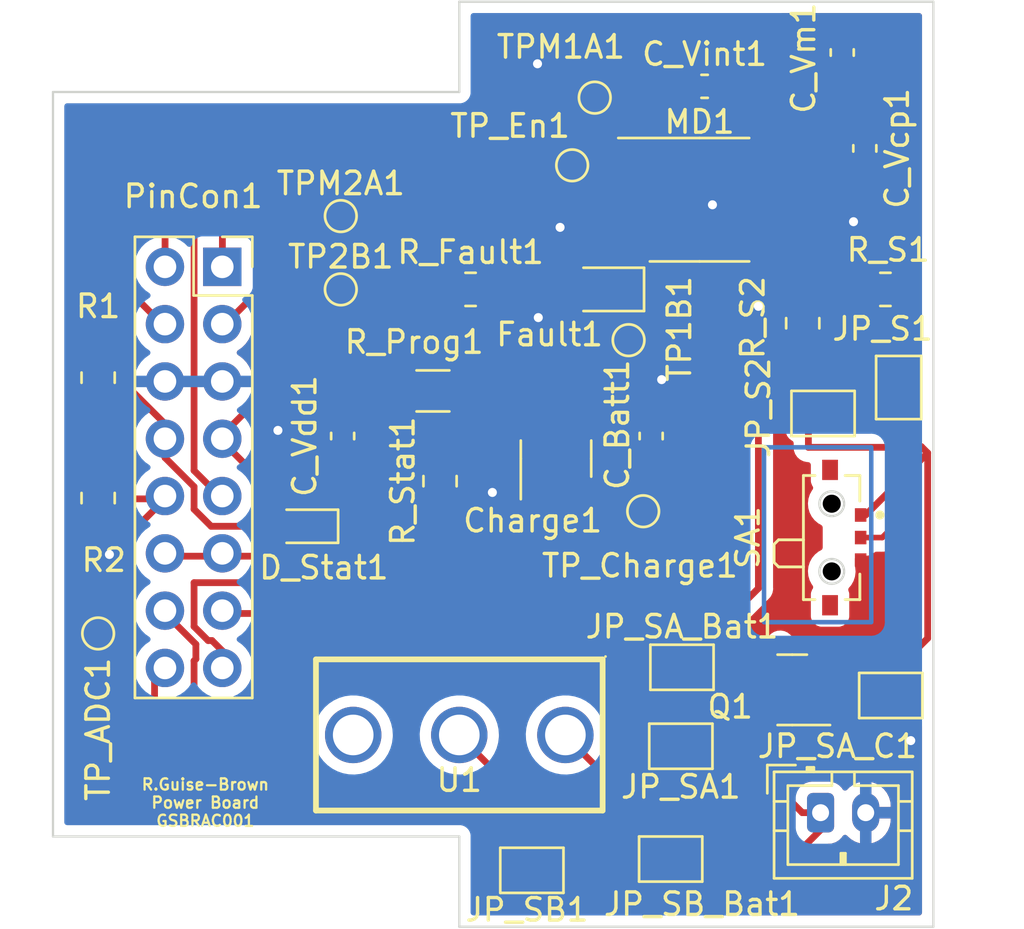
<source format=kicad_pcb>
(kicad_pcb (version 20211014) (generator pcbnew)
  (layers (0 "F.Cu" signal) (31 "B.Cu" signal) (34 "B.Paste" user) (35 "F.Paste" user) (36 "B.SilkS" user "B.Silkscreen") (37 "F.SilkS" user "F.Silkscreen") (38 "B.Mask" user) (39 "F.Mask" user) (44 "Edge.Cuts" user))
  (net 0 "")
  (net 1 "BATT_1")
  (net 2 "GND")
  (net 3 "Net-(C_Vcp1-Pad2)")
  (net 4 "5V_1")
  (net 5 "Net-(C_Vint1-Pad2)")
  (net 6 "VM")
  (net 7 "Net-(D_Stat1-Pad1)")
  (net 8 "Net-(Fault1-Pad2)")
  (net 9 "/S")
  (net 10 "Net-(J2-Pad1)")
  (net 11 "Net-(JP_S1-Pad1)")
  (net 12 "Motor2_A")
  (net 13 "PC6-9 PWM1")
  (net 14 "Motor2_B")
  (net 15 "PC6-9 PWM2")
  (net 16 "Reserve")
  (net 17 "BATT_ADC")
  (net 18 "Motor1_A")
  (net 19 "PC6-9 PWM3")
  (net 20 "Motor1_B")
  (net 21 "PC6-9 PWM4")
  (net 22 "/G")
  (net 23 "Net-(MD1-Pad8)")
  (net 24 "Net-(Charge1-Pad1)")
  (net 25 "Net-(Charge1-Pad5)")
  (net 26 "Net-(JP_S1-Pad2)")
  (net 27 "Net-(JP_S2-Pad2)")
  (net 28 "/D")
  (net 29 "Net-(JP_SB1-Pad2)")
  (net 30 "Net-(JP_SB_Bat1-Pad2)")
  (footprint "LED_SMD:LED_0805_2012Metric" (layer "F.Cu") (at 110.5 75.25 180)
    (fp_text reference "Fault1" (at 2.5 -2) (layer "F.SilkS"))
    (fp_text value "LED_Green")
    (pad "1" smd roundrect (at -0.9375 0 180) (size 0.975 1.4) (layers "F.Cu" "F.Paste" "F.Mask") (net 2 "GND"))
    (pad "2" smd roundrect (at 0.9375 0 180) (size 0.975 1.4) (layers "F.Cu" "F.Paste" "F.Mask") (net 8 "Net-(Fault1-Pad2)"))
  )
  (footprint "Capacitor_SMD:C_0603_1608Metric" (layer "F.Cu") (at 120.965 64.75 90)
    (fp_text reference "C_Vm1" (at -0.25 -1.715 90) (layer "F.SilkS"))
    (fp_text value "10uF")
    (pad "1" smd roundrect (at -0.775 0 90) (size 0.9 0.95) (layers "F.Cu" "F.Paste" "F.Mask") (net 6 "VM"))
    (pad "2" smd roundrect (at 0.775 0 90) (size 0.9 0.95) (layers "F.Cu" "F.Paste" "F.Mask") (net 2 "GND"))
  )
  (footprint "LED_SMD:LED_0603_1608Metric" (layer "F.Cu") (at 97.147141 85.75 180)
    (fp_text reference "D_Stat1" (at -0.852859 -1.8325) (layer "F.SilkS"))
    (fp_text value "LED_Red")
    (pad "1" smd roundrect (at -0.7875 0 180) (size 0.875 0.95) (layers "F.Cu" "F.Paste" "F.Mask") (net 7 "Net-(D_Stat1-Pad1)"))
    (pad "2" smd roundrect (at 0.7875 0 180) (size 0.875 0.95) (layers "F.Cu" "F.Paste" "F.Mask") (net 4 "5V_1"))
  )
  (footprint "Resistor_SMD:R_0805_2012Metric" (layer "F.Cu") (at 119.215 76.75 90)
    (fp_text reference "R_S2" (at 0.25 -2.215 270) (layer "F.SilkS"))
    (fp_text value "100R")
    (pad "1" smd roundrect (at -0.9125 0 90) (size 1.025 1.4) (layers "F.Cu" "F.Paste" "F.Mask") (roundrect_rratio 0.243902439) (net 2 "GND"))
    (pad "2" smd roundrect (at 0.9125 0 90) (size 1.025 1.4) (layers "F.Cu" "F.Paste" "F.Mask") (roundrect_rratio 0.243902439) (net 27 "Net-(JP_S2-Pad2)"))
  )
  (footprint "Resistor_SMD:R_1206_3216Metric" (layer "F.Cu") (at 102.832859 79.75 180)
    (fp_text reference "R_Prog1" (at 0.832859 2.1675) (layer "F.SilkS"))
    (fp_text value "2k")
    (pad "1" smd roundrect (at -1.4625 0 180) (size 1.125 1.75) (layers "F.Cu" "F.Paste" "F.Mask") (roundrect_rratio 0.2222222222) (net 25 "Net-(Charge1-Pad5)"))
    (pad "2" smd roundrect (at 1.4625 0 180) (size 1.125 1.75) (layers "F.Cu" "F.Paste" "F.Mask") (roundrect_rratio 0.2222222222) (net 2 "GND"))
  )
  (footprint "Resistor_SMD:R_0805_2012Metric" (layer "F.Cu") (at 104.5 75.25)
    (fp_text reference "R_Fault1" (at 0 -1.65) (layer "F.SilkS"))
    (fp_text value "100R")
    (pad "1" smd roundrect (at -0.9125 0) (size 1.025 1.4) (layers "F.Cu" "F.Paste" "F.Mask") (roundrect_rratio 0.243902439) (net 23 "Net-(MD1-Pad8)"))
    (pad "2" smd roundrect (at 0.9125 0) (size 1.025 1.4) (layers "F.Cu" "F.Paste" "F.Mask") (roundrect_rratio 0.243902439) (net 8 "Net-(Fault1-Pad2)"))
  )
  (footprint "Package_TO_SOT_SMD:SOT-23" (layer "F.Cu") (at 118.75 93 180)
    (fp_text reference "Q1" (at 2.75 -0.75) (layer "F.SilkS"))
    (fp_text value "Si2319CDS")
    (pad "1" smd roundrect (at -0.9375 -0.95 180) (size 1.475 0.6) (layers "F.Cu" "F.Paste" "F.Mask") (net 22 "/G"))
    (pad "2" smd roundrect (at -0.9375 0.95 180) (size 1.475 0.6) (layers "F.Cu" "F.Paste" "F.Mask") (net 9 "/S"))
    (pad "3" smd roundrect (at 0.9375 0 180) (size 1.475 0.6) (layers "F.Cu" "F.Paste" "F.Mask") (net 28 "/D"))
  )
  (footprint "Connector_PinSocket_2.54mm:PinSocket_2x08_P2.54mm_Vertical" (layer "F.Cu") (at 93.5 74.25)
    (fp_text reference "PinCon1" (at -1.29 -3.125) (layer "F.SilkS"))
    (fp_text value "Conn_02x08_Odd_Even")
    (pad "1" thru_hole rect (at 0 0) (size 1.7 1.7) (drill 1) (layers *.Cu *.Mask) (net 12 "Motor2_A"))
    (pad "2" thru_hole oval (at -2.54 0) (size 1.7 1.7) (drill 1) (layers *.Cu *.Mask) (net 13 "PC6-9 PWM1"))
    (pad "3" thru_hole oval (at 0 2.54) (size 1.7 1.7) (drill 1) (layers *.Cu *.Mask) (net 14 "Motor2_B"))
    (pad "4" thru_hole oval (at -2.54 2.54) (size 1.7 1.7) (drill 1) (layers *.Cu *.Mask) (net 15 "PC6-9 PWM2"))
    (pad "5" thru_hole oval (at 0 5.08) (size 1.7 1.7) (drill 1) (layers *.Cu *.Mask) (net 2 "GND"))
    (pad "6" thru_hole oval (at -2.54 5.08) (size 1.7 1.7) (drill 1) (layers *.Cu *.Mask) (net 2 "GND"))
    (pad "7" thru_hole oval (at 0 7.62) (size 1.7 1.7) (drill 1) (layers *.Cu *.Mask) (net 1 "BATT_1"))
    (pad "8" thru_hole oval (at -2.54 7.62) (size 1.7 1.7) (drill 1) (layers *.Cu *.Mask) (net 1 "BATT_1"))
    (pad "9" thru_hole oval (at 0 10.16) (size 1.7 1.7) (drill 1) (layers *.Cu *.Mask) (net 16 "Reserve"))
    (pad "10" thru_hole oval (at -2.54 10.16) (size 1.7 1.7) (drill 1) (layers *.Cu *.Mask) (net 17 "BATT_ADC"))
    (pad "11" thru_hole oval (at 0 12.7) (size 1.7 1.7) (drill 1) (layers *.Cu *.Mask) (net 4 "5V_1"))
    (pad "12" thru_hole oval (at -2.54 12.7) (size 1.7 1.7) (drill 1) (layers *.Cu *.Mask) (net 4 "5V_1"))
    (pad "13" thru_hole oval (at 0 15.24) (size 1.7 1.7) (drill 1) (layers *.Cu *.Mask) (net 18 "Motor1_A"))
    (pad "14" thru_hole oval (at -2.54 15.24) (size 1.7 1.7) (drill 1) (layers *.Cu *.Mask) (net 19 "PC6-9 PWM3"))
    (pad "15" thru_hole oval (at 0 17.78) (size 1.7 1.7) (drill 1) (layers *.Cu *.Mask) (net 20 "Motor1_B"))
    (pad "16" thru_hole oval (at -2.54 17.78) (size 1.7 1.7) (drill 1) (layers *.Cu *.Mask) (net 21 "PC6-9 PWM4"))
  )
  (footprint "Jumper:SolderJumper-2_P1.3mm_Open_Pad1.0x1.5mm" (layer "F.Cu") (at 123.115 93.25 180)
    (fp_text reference "JP_SA_C1" (at 2.365 -2.25) (layer "F.SilkS"))
    (fp_text value "Jumper_2_Open")
    (pad "1" smd rect (at -0.65 0 180) (size 1 1.5) (layers "F.Cu" "F.Mask") (net 11 "Net-(JP_S1-Pad1)"))
    (pad "2" smd rect (at 0.65 0 180) (size 1 1.5) (layers "F.Cu" "F.Mask") (net 9 "/S"))
  )
  (footprint "Connector_JST:JST_PH_B2B-PH-K_1x02_P2.00mm_Vertical" (layer "F.Cu") (at 120.005 98.445)
    (fp_text reference "J2" (at 3.245 3.805) (layer "F.SilkS"))
    (fp_text value "Conn_01x02")
    (pad "1" thru_hole roundrect (at 0 0) (size 1.2 1.75) (drill 0.75) (layers *.Cu *.Mask) (roundrect_rratio 0.2083333333) (net 10 "Net-(J2-Pad1)"))
    (pad "2" thru_hole oval (at 2 0) (size 1.2 1.75) (drill 0.75) (layers *.Cu *.Mask) (net 2 "GND"))
  )
  (footprint "Resistor_SMD:R_0805_2012Metric" (layer "F.Cu") (at 122.8775 75.25 180)
    (fp_text reference "R_S1" (at -0.1225 1.75) (layer "F.SilkS"))
    (fp_text value "1.2kR")
    (pad "1" smd roundrect (at -0.9125 0 180) (size 1.025 1.4) (layers "F.Cu" "F.Paste" "F.Mask") (roundrect_rratio 0.243902439) (net 26 "Net-(JP_S1-Pad2)"))
    (pad "2" smd roundrect (at 0.9125 0 180) (size 1.025 1.4) (layers "F.Cu" "F.Paste" "F.Mask") (roundrect_rratio 0.243902439) (net 2 "GND"))
  )
  (footprint "Jumper:SolderJumper-2_P1.3mm_Open_Pad1.0x1.5mm" (layer "F.Cu") (at 113.815 95.5 180)
    (fp_text reference "JP_SA1" (at 0 -1.8) (layer "F.SilkS"))
    (fp_text value "Jumper_2_Open")
    (pad "1" smd rect (at -0.65 0 180) (size 1 1.5) (layers "F.Cu" "F.Mask") (net 10 "Net-(J2-Pad1)"))
    (pad "2" smd rect (at 0.65 0 180) (size 1 1.5) (layers "F.Cu" "F.Mask") (net 9 "/S"))
  )
  (footprint "TestPoint:TestPoint_Pad_D1.0mm" (layer "F.Cu") (at 109 69.75)
    (fp_text reference "TP_En1" (at -2.75 -1.745) (layer "F.SilkS"))
    (fp_text value "TestPoint")
    (pad "1" smd circle (at 0 0) (size 1 1) (layers "F.Cu" "F.Mask") (net 16 "Reserve"))
  )
  (footprint "Jumper:SolderJumper-2_P1.3mm_Open_Pad1.0x1.5mm" (layer "F.Cu") (at 123.465 79.6 90)
    (fp_text reference "JP_S1" (at 2.6 -0.715 180) (layer "F.SilkS"))
    (fp_text value "Jumper_2_Open")
    (pad "1" smd rect (at -0.65 0 90) (size 1 1.5) (layers "F.Cu" "F.Mask") (net 11 "Net-(JP_S1-Pad1)"))
    (pad "2" smd rect (at 0.65 0 90) (size 1 1.5) (layers "F.Cu" "F.Mask") (net 26 "Net-(JP_S1-Pad2)"))
  )
  (footprint "Jumper:SolderJumper-2_P1.3mm_Open_Pad1.0x1.5mm" (layer "F.Cu") (at 113.865 92)
    (fp_text reference "JP_SA_Bat1" (at 0 -1.8) (layer "F.SilkS"))
    (fp_text value "Jumper_2_Open")
    (pad "1" smd rect (at -0.65 0) (size 1 1.5) (layers "F.Cu" "F.Mask") (net 28 "/D"))
    (pad "2" smd rect (at 0.65 0) (size 1 1.5) (layers "F.Cu" "F.Mask") (net 1 "BATT_1"))
  )
  (footprint "TestPoint:TestPoint_Pad_D1.0mm" (layer "F.Cu") (at 110 66.75)
    (fp_text reference "TPM1A1" (at -1.5 -2.25) (layer "F.SilkS"))
    (fp_text value "TestPoint")
    (pad "1" smd circle (at 0 0) (size 1 1) (layers "F.Cu" "F.Mask") (net 18 "Motor1_A"))
  )
  (footprint "TestPoint:TestPoint_Pad_D1.0mm" (layer "F.Cu") (at 98.75 72)
    (fp_text reference "TPM2A1" (at 0 -1.448) (layer "F.SilkS"))
    (fp_text value "TestPoint")
    (pad "1" smd circle (at 0 0) (size 1 1) (layers "F.Cu" "F.Mask") (net 12 "Motor2_A"))
  )
  (footprint "Resistor_SMD:R_0805_2012Metric" (layer "F.Cu") (at 88 79.1625 -90)
    (fp_text reference "R1" (at -3.1625 0 180) (layer "F.SilkS"))
    (fp_text value "1.2kR")
    (pad "1" smd roundrect (at -0.9125 0 270) (size 1.025 1.4) (layers "F.Cu" "F.Paste" "F.Mask") (roundrect_rratio 0.243902439) (net 1 "BATT_1"))
    (pad "2" smd roundrect (at 0.9125 0 270) (size 1.025 1.4) (layers "F.Cu" "F.Paste" "F.Mask") (roundrect_rratio 0.243902439) (net 17 "BATT_ADC"))
  )
  (footprint "Resistor_SMD:R_0805_2012Metric" (layer "F.Cu") (at 103.147141 83.75 90)
    (fp_text reference "R_Stat1" (at 0 -1.65 90) (layer "F.SilkS"))
    (fp_text value "470R")
    (pad "1" smd roundrect (at -0.9125 0 90) (size 1.025 1.4) (layers "F.Cu" "F.Paste" "F.Mask") (roundrect_rratio 0.243902439) (net 7 "Net-(D_Stat1-Pad1)"))
    (pad "2" smd roundrect (at 0.9125 0 90) (size 1.025 1.4) (layers "F.Cu" "F.Paste" "F.Mask") (roundrect_rratio 0.243902439) (net 24 "Net-(Charge1-Pad1)"))
  )
  (footprint "TestPoint:TestPoint_Pad_D1.0mm" (layer "F.Cu") (at 112.147141 85.0825)
    (fp_text reference "TP_Charge1" (at -0.147141 2.4175) (layer "F.SilkS"))
    (fp_text value "TestPoint")
    (pad "1" smd circle (at 0 0) (size 1 1) (layers "F.Cu" "F.Mask") (net 1 "BATT_1"))
  )
  (footprint "SS-12D10L5:SW-TH_SS-12D10L5" (layer "F.Cu") (at 104 95 180)
    (fp_text reference "U1" (at 0 -2) (layer "F.SilkS"))
    (fp_text value "SS-12D10L5")
    (pad "1" thru_hole circle locked (at -4.700025 0 180) (size 2.5 2.5) (drill 1.8) (layers *.Cu *.Mask) (net 30 "Net-(JP_SB_Bat1-Pad2)"))
    (pad "2" thru_hole circle locked (at 0 0 180) (size 2.5 2.5) (drill 1.8) (layers *.Cu *.Mask) (net 29 "Net-(JP_SB1-Pad2)"))
    (pad "3" thru_hole circle locked (at 4.700025 0 180) (size 2.5 2.5) (drill 1.8) (layers *.Cu *.Mask))
  )
  (footprint "Capacitor_SMD:C_0603_1608Metric" (layer "F.Cu") (at 121.965 69 -90)
    (fp_text reference "C_Vcp1" (at 0 -1.43 90) (layer "F.SilkS"))
    (fp_text value "10nF")
    (pad "1" smd roundrect (at -0.775 0 270) (size 0.9 0.95) (layers "F.Cu" "F.Paste" "F.Mask") (net 2 "GND"))
    (pad "2" smd roundrect (at 0.775 0 270) (size 0.9 0.95) (layers "F.Cu" "F.Paste" "F.Mask") (net 3 "Net-(C_Vcp1-Pad2)"))
  )
  (footprint "Jumper:SolderJumper-2_P1.3mm_Open_Pad1.0x1.5mm" (layer "F.Cu") (at 113.365 100.5 180)
    (fp_text reference "JP_SB_Bat1" (at -1.385 -2) (layer "F.SilkS"))
    (fp_text value "Jumper_2_Open")
    (pad "1" smd rect (at -0.65 0 180) (size 1 1.5) (layers "F.Cu" "F.Mask") (net 1 "BATT_1"))
    (pad "2" smd rect (at 0.65 0 180) (size 1 1.5) (layers "F.Cu" "F.Mask") (net 30 "Net-(JP_SB_Bat1-Pad2)"))
  )
  (footprint "Resistor_SMD:R_0805_2012Metric" (layer "F.Cu") (at 88 84.5 -90)
    (fp_text reference "R2" (at 2.75 -0.25 180) (layer "F.SilkS"))
    (fp_text value "3.0kR")
    (pad "1" smd roundrect (at -0.9125 0 270) (size 1.025 1.4) (layers "F.Cu" "F.Paste" "F.Mask") (roundrect_rratio 0.243902439) (net 17 "BATT_ADC"))
    (pad "2" smd roundrect (at 0.9125 0 270) (size 1.025 1.4) (layers "F.Cu" "F.Paste" "F.Mask") (roundrect_rratio 0.243902439) (net 2 "GND"))
  )
  (footprint "SSAJ110100:SW_SSAJ110100" (layer "F.Cu") (at 120.5 86.25 -90)
    (fp_text reference "SA1" (at 0 3.715 90) (layer "F.SilkS"))
    (fp_text value "SSAJ110100")
    (pad "" np_thru_hole circle (at -1.5 0 270) (size 0.8 0.8) (drill 0.8) (layers *.Mask))
    (pad "" np_thru_hole circle locked (at 1.5 0 270) (size 0.8 0.8) (drill 0.8) (layers *.Mask))
    (pad "1" smd rect locked (at -1 -1.28 270) (size 0.6 0.51) (layers "F.Cu" "F.Paste" "F.Mask") (net 11 "Net-(JP_S1-Pad1)"))
    (pad "2" smd rect locked (at 1 -1.28 270) (size 0.6 0.51) (layers "F.Cu" "F.Paste" "F.Mask") (net 2 "GND"))
    (pad "C" smd rect locked (at 0 -1.28 270) (size 0.6 0.51) (layers "F.Cu" "F.Paste" "F.Mask") (net 22 "/G"))
    (pad "S1" smd rect locked (at 3 0.075 270) (size 0.9 0.7) (layers "F.Cu" "F.Paste" "F.Mask"))
    (pad "S2" smd rect locked (at -3 0.075 270) (size 0.9 0.7) (layers "F.Cu" "F.Paste" "F.Mask"))
    (zone (net 0) (net_name "") (layer "F.Cu") (connect_pads (clearance 0)) (min_thickness 0.01)
      (keepout (tracks not_allowed) (vias not_allowed) (pads not_allowed) (copperpour not_allowed) (footprints allowed))
      (fill (thermal_gap 0.508) (thermal_bridge_width 0.508))
      (polygon (pts (xy 121.525 84.79745) (xy 121.525 87.8) (xy 120.1 87.8) (xy 120.1 84.79745)))
    )
  )
  (footprint "TestPoint:TestPoint_Pad_D1.0mm" (layer "F.Cu") (at 111.5 77.5)
    (fp_text reference "TP1B1" (at 2.25 -0.5 90) (layer "F.SilkS"))
    (fp_text value "TestPoint")
    (pad "1" smd circle (at 0 0) (size 1 1) (layers "F.Cu" "F.Mask") (net 20 "Motor1_B"))
  )
  (footprint "Package_TO_SOT_SMD:SOT-23-5" (layer "F.Cu") (at 108.284641 82.75 90)
    (fp_text reference "Charge1" (at -2.75 -1.034641 180) (layer "F.SilkS"))
    (fp_text value "MCP73831-2-OT")
    (pad "1" smd roundrect (at -1.1375 -0.95 90) (size 1.325 0.6) (layers "F.Cu" "F.Paste" "F.Mask") (net 24 "Net-(Charge1-Pad1)"))
    (pad "2" smd roundrect (at -1.1375 0 90) (size 1.325 0.6) (layers "F.Cu" "F.Paste" "F.Mask") (net 2 "GND"))
    (pad "3" smd roundrect (at -1.1375 0.95 90) (size 1.325 0.6) (layers "F.Cu" "F.Paste" "F.Mask") (net 1 "BATT_1"))
    (pad "4" smd roundrect (at 1.1375 0.95 90) (size 1.325 0.6) (layers "F.Cu" "F.Paste" "F.Mask") (net 4 "5V_1"))
    (pad "5" smd roundrect (at 1.1375 -0.95 90) (size 1.325 0.6) (layers "F.Cu" "F.Paste" "F.Mask") (net 25 "Net-(Charge1-Pad5)"))
  )
  (footprint "Package_SO:TSSOP-16_4.4x5mm_P0.65mm" (layer "F.Cu") (at 114.6425 71.275)
    (fp_text reference "MD1" (at 0 -3.45) (layer "F.SilkS"))
    (fp_text value "DRV8833PW")
    (pad "1" smd roundrect (at -2.8625 -2.275) (size 1.475 0.4) (layers "F.Cu" "F.Paste" "F.Mask") (net 16 "Reserve"))
    (pad "2" smd roundrect (at -2.8625 -1.625) (size 1.475 0.4) (layers "F.Cu" "F.Paste" "F.Mask") (net 18 "Motor1_A"))
    (pad "3" smd roundrect (at -2.8625 -0.975) (size 1.475 0.4) (layers "F.Cu" "F.Paste" "F.Mask") (net 2 "GND"))
    (pad "4" smd roundrect (at -2.8625 -0.325) (size 1.475 0.4) (layers "F.Cu" "F.Paste" "F.Mask") (net 12 "Motor2_A"))
    (pad "5" smd roundrect (at -2.8625 0.325) (size 1.475 0.4) (layers "F.Cu" "F.Paste" "F.Mask") (net 14 "Motor2_B"))
    (pad "6" smd roundrect (at -2.8625 0.975) (size 1.475 0.4) (layers "F.Cu" "F.Paste" "F.Mask") (net 2 "GND"))
    (pad "7" smd roundrect (at -2.8625 1.625) (size 1.475 0.4) (layers "F.Cu" "F.Paste" "F.Mask") (net 20 "Motor1_B"))
    (pad "8" smd roundrect (at -2.8625 2.275) (size 1.475 0.4) (layers "F.Cu" "F.Paste" "F.Mask") (net 23 "Net-(MD1-Pad8)"))
    (pad "9" smd roundrect (at 2.8625 2.275) (size 1.475 0.4) (layers "F.Cu" "F.Paste" "F.Mask") (net 19 "PC6-9 PWM3"))
    (pad "10" smd roundrect (at 2.8625 1.625) (size 1.475 0.4) (layers "F.Cu" "F.Paste" "F.Mask") (net 21 "PC6-9 PWM4"))
    (pad "11" smd roundrect (at 2.8625 0.975) (size 1.475 0.4) (layers "F.Cu" "F.Paste" "F.Mask") (net 3 "Net-(C_Vcp1-Pad2)"))
    (pad "12" smd roundrect (at 2.8625 0.325) (size 1.475 0.4) (layers "F.Cu" "F.Paste" "F.Mask") (net 6 "VM"))
    (pad "13" smd roundrect (at 2.8625 -0.325) (size 1.475 0.4) (layers "F.Cu" "F.Paste" "F.Mask") (net 2 "GND"))
    (pad "14" smd roundrect (at 2.8625 -0.975) (size 1.475 0.4) (layers "F.Cu" "F.Paste" "F.Mask") (net 5 "Net-(C_Vint1-Pad2)"))
    (pad "15" smd roundrect (at 2.8625 -1.625) (size 1.475 0.4) (layers "F.Cu" "F.Paste" "F.Mask") (net 15 "PC6-9 PWM2"))
    (pad "16" smd roundrect (at 2.8625 -2.275) (size 1.475 0.4) (layers "F.Cu" "F.Paste" "F.Mask") (net 13 "PC6-9 PWM1"))
  )
  (footprint "Capacitor_SMD:C_0603_1608Metric" (layer "F.Cu") (at 112.5 81.75 90)
    (fp_text reference "C_Batt1" (at 0.5 -1.5 90) (layer "F.SilkS"))
    (fp_text value "4.7uF")
    (pad "1" smd roundrect (at -0.775 0 90) (size 0.9 0.95) (layers "F.Cu" "F.Paste" "F.Mask") (net 1 "BATT_1"))
    (pad "2" smd roundrect (at 0.775 0 90) (size 0.9 0.95) (layers "F.Cu" "F.Paste" "F.Mask") (net 2 "GND"))
  )
  (footprint "Jumper:SolderJumper-2_P1.3mm_Open_Pad1.0x1.5mm" (layer "F.Cu") (at 107.215 101 180)
    (fp_text reference "JP_SB1" (at 0.215 -1.75) (layer "F.SilkS"))
    (fp_text value "Jumper_2_Open")
    (pad "1" smd rect (at -0.65 0 180) (size 1 1.5) (layers "F.Cu" "F.Mask") (net 10 "Net-(J2-Pad1)"))
    (pad "2" smd rect (at 0.65 0 180) (size 1 1.5) (layers "F.Cu" "F.Mask") (net 29 "Net-(JP_SB1-Pad2)"))
  )
  (footprint "TestPoint:TestPoint_Pad_D1.0mm" (layer "F.Cu") (at 88 90.5)
    (fp_text reference "TP_ADC1" (at 0 4.25 90) (layer "F.SilkS"))
    (fp_text value "TestPoint")
    (pad "1" smd circle (at 0 0) (size 1 1) (layers "F.Cu" "F.Mask") (net 17 "BATT_ADC"))
  )
  (footprint "TestPoint:TestPoint_Pad_D1.0mm" (layer "F.Cu") (at 98.75 75.25)
    (fp_text reference "TP2B1" (at 0 -1.448) (layer "F.SilkS"))
    (fp_text value "TestPoint")
    (pad "1" smd circle (at 0 0) (size 1 1) (layers "F.Cu" "F.Mask") (net 14 "Motor2_B"))
  )
  (footprint "Capacitor_SMD:C_0603_1608Metric" (layer "F.Cu") (at 114.8675 66.25)
    (fp_text reference "C_Vint1" (at 0 -1.43) (layer "F.SilkS"))
    (fp_text value "2.2uF")
    (pad "1" smd roundrect (at -0.775 0) (size 0.9 0.95) (layers "F.Cu" "F.Paste" "F.Mask") (net 2 "GND"))
    (pad "2" smd roundrect (at 0.775 0) (size 0.9 0.95) (layers "F.Cu" "F.Paste" "F.Mask") (net 5 "Net-(C_Vint1-Pad2)"))
  )
  (footprint "Jumper:SolderJumper-2_P1.3mm_Open_Pad1.0x1.5mm" (layer "F.Cu") (at 120.115 80.75)
    (fp_text reference "JP_S2" (at -2.865 -0.25 90) (layer "F.SilkS"))
    (fp_text value "Jumper_2_Open")
    (pad "1" smd rect (at -0.65 0) (size 1 1.5) (layers "F.Cu" "F.Mask") (net 11 "Net-(JP_S1-Pad1)"))
    (pad "2" smd rect (at 0.65 0) (size 1 1.5) (layers "F.Cu" "F.Mask") (net 27 "Net-(JP_S2-Pad2)"))
  )
  (footprint "Capacitor_SMD:C_0603_1608Metric" (layer "F.Cu") (at 98.832859 81.75 90)
    (fp_text reference "C_Vdd1" (at 0 -1.685718 90) (layer "F.SilkS"))
    (fp_text value "4.7uF")
    (pad "1" smd roundrect (at -0.775 0 90) (size 0.9 0.95) (layers "F.Cu" "F.Paste" "F.Mask") (net 4 "5V_1"))
    (pad "2" smd roundrect (at 0.775 0 90) (size 0.9 0.95) (layers "F.Cu" "F.Paste" "F.Mask") (net 2 "GND"))
  )
  (gr_rect (start 117.5 82.25) (end 122.25 90) (layer "B.Cu") (width 0.2) (fill none))
  (gr_line (start 86 66.5) (end 104 66.5) (layer "Edge.Cuts") (width 0.1))
  (gr_line (start 125 103.5) (end 125 62.5) (layer "Edge.Cuts") (width 0.1))
  (gr_circle (center 120.5 84.75) (end 121.05 84.75) (layer "Edge.Cuts") (width 0.1) (fill none))
  (gr_line (start 86 99.5) (end 104 99.5) (layer "Edge.Cuts") (width 0.1))
  (gr_circle (center 120.5 87.75) (end 121.05 87.75) (layer "Edge.Cuts") (width 0.1) (fill none))
  (gr_line (start 104 99.5) (end 104 103.5) (layer "Edge.Cuts") (width 0.1))
  (gr_line (start 104 103.5) (end 125 103.5) (layer "Edge.Cuts") (width 0.1))
  (gr_line (start 104 66.5) (end 104 62.5) (layer "Edge.Cuts") (width 0.1))
  (gr_line (start 86 99.5) (end 86 66.5) (layer "Edge.Cuts") (width 0.1))
  (gr_line (start 104 62.5) (end 125 62.5) (layer "Edge.Cuts") (width 0.1))
  (gr_text "R.Guise-Brown\nPower Board\nGSBRAC001" (at 92.75 98) (layer "F.SilkS") (effects (font (size 0.5 0.5) (thickness 0.1))))
  (segment (start 90.965 81.995) (end 90.965 82.71) (width 0.3) (layer "F.Cu") (net 1))
  (segment (start 110.775 82.525) (end 110.172621 81.922621) (width 0.3) (layer "F.Cu") (net 1))
  (segment (start 110.172621 78.25) (end 96.955027 78.25) (width 0.3) (layer "F.Cu") (net 1))
  (segment (start 101.5 93) (end 101.5 97) (width 0.3) (layer "F.Cu") (net 1))
  (segment (start 114.015 99.05) (end 111.215 96.25) (width 0.3) (layer "F.Cu") (net 1))
  (segment (start 92.25 84.995) (end 93.005 85.75) (width 0.3) (layer "F.Cu") (net 1))
  (segment (start 112.147141 85.0825) (end 112.147141 82.877859) (width 0.3) (layer "F.Cu") (net 1))
  (segment (start 101.5 97) (end 96.5 97) (width 0.3) (layer "F.Cu") (net 1))
  (segment (start 95.505 83.995) (end 93.505 81.995) (width 0.3) (layer "F.Cu") (net 1))
  (segment (start 93.505 81.700027) (end 93.505 81.995) (width 0.3) (layer "F.Cu") (net 1))
  (segment (start 96 96.5) (end 89.75 96.5) (width 0.3) (layer "F.Cu") (net 1))
  (segment (start 95.005 85.75) (end 95.505 85.25) (width 0.3) (layer "F.Cu") (net 1))
  (segment (start 92.25 83.995) (end 92.25 84.995) (width 0.3) (layer "F.Cu") (net 1))
  (segment (start 110.172621 81.922621) (end 110.172621 78.25) (width 0.3) (layer "F.Cu") (net 1))
  (segment (start 90.965 81.215) (end 90.965 81.995) (width 0.3) (layer "F.Cu") (net 1))
  (segment (start 112.147141 82.877859) (end 112.5 82.525) (width 0.3) (layer "F.Cu") (net 1))
  (segment (start 111.215 92.465) (end 102.035 92.465) (width 0.3) (layer "F.Cu") (net 1))
  (segment (start 95.505 85.25) (end 95.505 83.995) (width 0.3) (layer "F.Cu") (net 1))
  (segment (start 86.75 93.5) (end 86.75 79.5) (width 0.3) (layer "F.Cu") (net 1))
  (segment (start 109.234641 83.8875) (end 110.429641 85.0825) (width 0.3) (layer "F.Cu") (net 1))
  (segment (start 89.75 96.5) (end 86.75 93.5) (width 0.3) (layer "F.Cu") (net 1))
  (segment (start 96.955027 78.25) (end 93.505 81.700027) (width 0.3) (layer "F.Cu") (net 1))
  (segment (start 96.5 97) (end 96 96.5) (width 0.3) (layer "F.Cu") (net 1))
  (segment (start 88 78.25) (end 90.965 81.215) (width 0.3) (layer "F.Cu") (net 1))
  (segment (start 86.75 79.5) (end 88 78.25) (width 0.3) (layer "F.Cu") (net 1))
  (segment (start 113.965 90.5) (end 114.515 91.05) (width 0.3) (layer "F.Cu") (net 1))
  (segment (start 111.215 92.465) (end 111.215 91.25) (width 0.3) (layer "F.Cu") (net 1))
  (segment (start 114.515 91.05) (end 114.515 92) (width 0.3) (layer "F.Cu") (net 1))
  (segment (start 110.429641 85.0825) (end 112.147141 85.0825) (width 0.3) (layer "F.Cu") (net 1))
  (segment (start 111.965 90.5) (end 113.965 90.5) (width 0.3) (layer "F.Cu") (net 1))
  (segment (start 90.965 82.71) (end 92.25 83.995) (width 0.3) (layer "F.Cu") (net 1))
  (segment (start 111.215 91.25) (end 111.965 90.5) (width 0.3) (layer "F.Cu") (net 1))
  (segment (start 111.215 96.25) (end 111.215 92.465) (width 0.3) (layer "F.Cu") (net 1))
  (segment (start 112.5 82.525) (end 110.775 82.525) (width 0.3) (layer "F.Cu") (net 1))
  (segment (start 102.035 92.465) (end 101.5 93) (width 0.3) (layer "F.Cu") (net 1))
  (segment (start 114.015 100.5) (end 114.015 99.05) (width 0.3) (layer "F.Cu") (net 1))
  (segment (start 93.005 85.75) (end 95.005 85.75) (width 0.3) (layer "F.Cu") (net 1))
  (segment (start 108.715 72.25) (end 111.78 72.25) (width 0.3) (layer "F.Cu") (net 2))
  (segment (start 112.81 70.3) (end 113.505 70.995) (width 0.3) (layer "F.Cu") (net 2))
  (segment (start 88.5 87) (end 88.5 85.9125) (width 0.3) (layer "F.Cu") (net 2))
  (segment (start 113.505 71.463821) (end 112.718821 72.25) (width 0.3) (layer "F.Cu") (net 2))
  (segment (start 112.718821 72.25) (end 111.78 72.25) (width 0.3) (layer "F.Cu") (net 2))
  (segment (start 88.5 85.9125) (end 88 85.4125) (width 0.3) (layer "F.Cu") (net 2))
  (segment (start 115.765 70.95) (end 117.505 70.95) (width 0.3) (layer "F.Cu") (net 2))
  (segment (start 111.78 70.3) (end 112.81 70.3) (width 0.3) (layer "F.Cu") (net 2))
  (segment (start 108.465 72.5) (end 108.715 72.25) (width 0.3) (layer "F.Cu") (net 2))
  (segment (start 113.505 70.995) (end 113.505 71.463821) (width 0.3) (layer "F.Cu") (net 2))
  (segment (start 115.215 71.5) (end 115.765 70.95) (width 0.3) (layer "F.Cu") (net 2))
  (via (at 107.5 76.5) (size 0.8) (drill 0.4) (layers "F.Cu" "B.Cu") (net 2))
  (via (at 108.465 72.5) (size 0.8) (drill 0.4) (layers "F.Cu" "B.Cu") (net 2))
  (via (at 112.965 79.25) (size 0.8) (drill 0.4) (layers "F.Cu" "B.Cu") (net 2))
  (via (at 88.5 87) (size 0.8) (drill 0.4) (layers "F.Cu" "B.Cu") (net 2))
  (via (at 95.965 81.5) (size 0.8) (drill 0.4) (layers "F.Cu" "B.Cu") (net 2))
  (via (at 124 95.25) (size 0.8) (drill 0.4) (layers "F.Cu" "B.Cu") (net 2))
  (via (at 115.215 71.5) (size 0.8) (drill 0.4) (layers "F.Cu" "B.Cu") (net 2))
  (via (at 121.465 72.25) (size 0.8) (drill 0.4) (layers "F.Cu" "B.Cu") (net 2))
  (via (at 117.25 76) (size 0.8) (drill 0.4) (layers "F.Cu" "B.Cu") (net 2))
  (via (at 105.465 84.25) (size 0.8) (drill 0.4) (layers "F.Cu" "B.Cu") (net 2))
  (via (at 107.465 65.25) (size 0.8) (drill 0.4) (layers "F.Cu" "B.Cu") (net 2))
  (segment (start 117.505 72.25) (end 119.49 72.25) (width 0.3) (layer "F.Cu") (net 3))
  (segment (start 119.49 72.25) (end 121.965 69.775) (width 0.3) (layer "F.Cu") (net 3))
  (segment (start 93.505 87.075) (end 95.034641 87.075) (width 0.3) (layer "F.Cu") (net 4))
  (segment (start 107.971661 82.87548) (end 107.927734 82.87548) (width 0.3) (layer "F.Cu") (net 4))
  (segment (start 95.034641 87.075) (end 96.359641 85.75) (width 0.3) (layer "F.Cu") (net 4))
  (segment (start 107.927734 82.87548) (end 107.809641 82.993573) (width 0.3) (layer "F.Cu") (net 4))
  (segment (start 96.359641 85.75) (end 98.359641 83.75) (width 0.3) (layer "F.Cu") (net 4))
  (segment (start 100.832859 82.75) (end 99.057859 82.75) (width 0.3) (layer "F.Cu") (net 4))
  (segment (start 107.809641 82.993573) (end 107.691548 82.87548) (width 0.3) (layer "F.Cu") (net 4))
  (segment (start 106.968036 82.885177) (end 105.832859 81.75) (width 0.3) (layer "F.Cu") (net 4))
  (segment (start 90.965 87.075) (end 93.505 87.075) (width 0.3) (layer "F.Cu") (net 4))
  (segment (start 99.057859 82.75) (end 98.832859 82.525) (width 0.3) (layer "F.Cu") (net 4))
  (segment (start 109.234641 81.6125) (end 107.971661 82.87548) (width 0.3) (layer "F.Cu") (net 4))
  (segment (start 98.359641 83.75) (end 98.832859 83.75) (width 0.3) (layer "F.Cu") (net 4))
  (segment (start 101.832859 81.75) (end 100.832859 82.75) (width 0.3) (layer "F.Cu") (net 4))
  (segment (start 107.691548 82.87548) (end 106.977734 82.87548) (width 0.3) (layer "F.Cu") (net 4))
  (segment (start 105.832859 81.75) (end 101.832859 81.75) (width 0.3) (layer "F.Cu") (net 4))
  (segment (start 98.832859 83.75) (end 98.832859 82.525) (width 0.3) (layer "F.Cu") (net 4))
  (segment (start 106.977734 82.87548) (end 106.968036 82.885177) (width 0.3) (layer "F.Cu") (net 4))
  (segment (start 115.81 70.3) (end 115.505 69.995) (width 0.3) (layer "F.Cu") (net 5))
  (segment (start 117.505 70.3) (end 115.81 70.3) (width 0.3) (layer "F.Cu") (net 5))
  (segment (start 115.505 66.3875) (end 115.6425 66.25) (width 0.3) (layer "F.Cu") (net 5))
  (segment (start 115.505 69.995) (end 115.505 66.3875) (width 0.3) (layer "F.Cu") (net 5))
  (segment (start 118.9 71.6) (end 117.505 71.6) (width 0.3) (layer "F.Cu") (net 6))
  (segment (start 119.75 66.74) (end 119.75 70.75) (width 0.3) (layer "F.Cu") (net 6))
  (segment (start 119.75 70.75) (end 118.9 71.6) (width 0.3) (layer "F.Cu") (net 6))
  (segment (start 120.965 65.525) (end 119.75 66.74) (width 0.3) (layer "F.Cu") (net 6))
  (segment (start 103.147141 84.6625) (end 102.059641 85.75) (width 0.3) (layer "F.Cu") (net 7))
  (segment (start 102.059641 85.75) (end 97.934641 85.75) (width 0.3) (layer "F.Cu") (net 7))
  (segment (start 105.4125 75.25) (end 109.5625 75.25) (width 0.3) (layer "F.Cu") (net 8))
  (segment (start 113.215 94.25) (end 116 94.25) (width 0.3) (layer "F.Cu") (net 9))
  (segment (start 116 94.25) (end 117 95.25) (width 0.3) (layer "F.Cu") (net 9))
  (segment (start 117 95.25) (end 121.465 95.25) (width 0.3) (layer "F.Cu") (net 9))
  (segment (start 120.8875 93.25) (end 122.465 93.25) (width 0.3) (layer "F.Cu") (net 9))
  (segment (start 119.6875 92.05) (end 120.8875 93.25) (width 0.3) (layer "F.Cu") (net 9))
  (segment (start 113.165 95.5) (end 113.165 94.3) (width 0.3) (layer "F.Cu") (net 9))
  (segment (start 113.165 94.3) (end 113.215 94.25) (width 0.3) (layer "F.Cu") (net 9))
  (segment (start 122.465 94.25) (end 122.465 93.25) (width 0.3) (layer "F.Cu") (net 9))
  (segment (start 121.465 95.25) (end 122.465 94.25) (width 0.3) (layer "F.Cu") (net 9))
  (segment (start 116.25 95.5) (end 119.195 98.445) (width 0.3) (layer "F.Cu") (net 10))
  (segment (start 109.115 102.25) (end 116.965 102.25) (width 0.3) (layer "F.Cu") (net 10))
  (segment (start 119.195 98.445) (end 120.005 98.445) (width 0.3) (layer "F.Cu") (net 10))
  (segment (start 107.865 101) (end 109.115 102.25) (width 0.3) (layer "F.Cu") (net 10))
  (segment (start 120.005 99.21) (end 120.005 98.445) (width 0.3) (layer "F.Cu") (net 10))
  (segment (start 116.965 102.25) (end 120.005 99.21) (width 0.3) (layer "F.Cu") (net 10))
  (segment (start 114.465 95.5) (end 116.25 95.5) (width 0.3) (layer "F.Cu") (net 10))
  (segment (start 124.75 82.5) (end 124.75 90.715) (width 0.3) (layer "F.Cu") (net 11))
  (segment (start 124.75 90.715) (end 123.765 91.7) (width 0.3) (layer "F.Cu") (net 11))
  (segment (start 124.75 82.5) (end 124.47 82.22) (width 0.3) (layer "F.Cu") (net 11))
  (segment (start 122.965 82.25) (end 119.465 82.25) (width 0.3) (layer "F.Cu") (net 11))
  (segment (start 119.465 82.25) (end 119.465 80.75) (width 0.3) (layer "F.Cu") (net 11))
  (segment (start 124.47 82.22) (end 122.995 82.22) (width 0.3) (layer "F.Cu") (net 11))
  (segment (start 123.765 91.7) (end 123.765 93.25) (width 0.3) (layer "F.Cu") (net 11))
  (segment (start 122.995 82.22) (end 122.995 80.72) (width 0.3) (layer "F.Cu") (net 11))
  (segment (start 122.995 80.72) (end 123.465 80.25) (width 0.3) (layer "F.Cu") (net 11))
  (segment (start 122.995 82.22) (end 122.965 82.25) (width 0.3) (layer "F.Cu") (net 11))
  (segment (start 122 85.25) (end 124.75 82.5) (width 0.3) (layer "F.Cu") (net 11))
  (segment (start 121.78 85.25) (end 122 85.25) (width 0.3) (layer "F.Cu") (net 11))
  (segment (start 106.9675 70.95) (end 111.78 70.95) (width 0.3) (layer "F.Cu") (net 12))
  (segment (start 93.505 70.75) (end 98.75 70.75) (width 0.3) (layer "F.Cu") (net 12))
  (segment (start 98.75 70.75) (end 106.7675 70.75) (width 0.3) (layer "F.Cu") (net 12))
  (segment (start 106.7675 70.75) (end 106.9675 70.95) (width 0.3) (layer "F.Cu") (net 12))
  (segment (start 98.75 72) (end 98.75 70.75) (width 0.25) (layer "F.Cu") (net 12))
  (segment (start 93.505 74.375) (end 93.505 70.75) (width 0.3) (layer "F.Cu") (net 12))
  (segment (start 90.965 68.79) (end 91.005 68.75) (width 0.3) (layer "F.Cu") (net 13))
  (segment (start 117.6425 68.8625) (end 117.505 69) (width 0.3) (layer "F.Cu") (net 13))
  (segment (start 90.965 74.375) (end 90.965 68.79) (width 0.3) (layer "F.Cu") (net 13))
  (segment (start 106.505 67.495) (end 106.505 64.25) (width 0.3) (layer "F.Cu") (net 13))
  (segment (start 91.005 68.75) (end 105.25 68.75) (width 0.3) (layer "F.Cu") (net 13))
  (segment (start 105.25 68.75) (end 106.505 67.495) (width 0.3) (layer "F.Cu") (net 13))
  (segment (start 117.6425 64.25) (end 117.6425 68.8625) (width 0.3) (layer "F.Cu") (net 13))
  (segment (start 106.505 64.25) (end 117.6425 64.25) (width 0.3) (layer "F.Cu") (net 13))
  (segment (start 102.5 73.75) (end 104.65 71.6) (width 0.3) (layer "F.Cu") (net 14))
  (segment (start 104.65 71.6) (end 111.78 71.6) (width 0.3) (layer "F.Cu") (net 14))
  (segment (start 95.18 73.75) (end 98.75 73.75) (width 0.3) (layer "F.Cu") (net 14))
  (segment (start 93.505 76.915) (end 95.18 75.24) (width 0.3) (layer "F.Cu") (net 14))
  (segment (start 98.75 73.75) (end 102.5 73.75) (width 0.3) (layer "F.Cu") (net 14))
  (segment (start 98.75 75.25) (end 98.75 73.75) (width 0.25) (layer "F.Cu") (net 14))
  (segment (start 95.18 75.24) (end 95.18 73.75) (width 0.3) (layer "F.Cu") (net 14))
  (segment (start 105.505 63.25) (end 105.505 67.25) (width 0.3) (layer "F.Cu") (net 15))
  (segment (start 89.505 67.25) (end 89.505 75.455) (width 0.3) (layer "F.Cu") (net 15))
  (segment (start 117.348927 63.25) (end 105.505 63.25) (width 0.3) (layer "F.Cu") (net 15))
  (segment (start 117.505 69.65) (end 118.85 69.65) (width 0.3) (layer "F.Cu") (net 15))
  (segment (start 118.85 69.65) (end 119 69.5) (width 0.3) (layer "F.Cu") (net 15))
  (segment (start 119 69.5) (end 119 64.901073) (width 0.3) (layer "F.Cu") (net 15))
  (segment (start 89.505 75.455) (end 90.965 76.915) (width 0.3) (layer "F.Cu") (net 15))
  (segment (start 105.505 67.25) (end 89.505 67.25) (width 0.3) (layer "F.Cu") (net 15))
  (segment (start 119 64.901073) (end 117.348927 63.25) (width 0.3) (layer "F.Cu") (net 15))
  (segment (start 111.03 68.25) (end 111.78 69) (width 0.3) (layer "F.Cu") (net 16))
  (segment (start 93.298093 69.75048) (end 105.74952 69.75048) (width 0.3) (layer "F.Cu") (net 16))
  (segment (start 106.80048 68.69952) (end 107.25 68.25) (width 0.3) (layer "F.Cu") (net 16))
  (segment (start 107.25 68.25) (end 111.03 68.25) (width 0.3) (layer "F.Cu") (net 16))
  (segment (start 92.25 83.28) (end 92.25 70.798573) (width 0.3) (layer "F.Cu") (net 16))
  (segment (start 93.505 84.535) (end 92.25 83.28) (width 0.3) (layer "F.Cu") (net 16))
  (segment (start 109.005 69.995) (end 108.09596 69.995) (width 0.3) (layer "F.Cu") (net 16))
  (segment (start 108.09596 69.995) (end 106.80048 68.69952) (width 0.3) (layer "F.Cu") (net 16))
  (segment (start 105.74952 69.75048) (end 106.80048 68.69952) (width 0.3) (layer "F.Cu") (net 16))
  (segment (start 92.25 70.798573) (end 93.298093 69.75048) (width 0.3) (layer "F.Cu") (net 16))
  (segment (start 90.965 84.535) (end 88.9475 84.535) (width 0.3) (layer "F.Cu") (net 17))
  (segment (start 88.9475 84.535) (end 88 83.5875) (width 0.3) (layer "F.Cu") (net 17))
  (segment (start 89.5 86) (end 90.965 84.535) (width 0.3) (layer "F.Cu") (net 17))
  (segment (start 88.25 90.5) (end 89.5 89.25) (width 0.3) (layer "F.Cu") (net 17))
  (segment (start 89.5 89.25) (end 89.5 86) (width 0.3) (layer "F.Cu") (net 17))
  (segment (start 88 83.5875) (end 88 80.075) (width 0.3) (layer "F.Cu") (net 17))
  (segment (start 98.385 89.615) (end 100.5 87.5) (width 0.3) (layer "F.Cu") (net 18))
  (segment (start 93.505 89.615) (end 98.385 89.615) (width 0.3) (layer "F.Cu") (net 18))
  (segment (start 114.25 74) (end 114.25 70.7475) (width 0.3) (layer "F.Cu") (net 18))
  (segment (start 113.1525 69.65) (end 111.78 69.65) (width 0.3) (layer "F.Cu") (net 18))
  (segment (start 115 78.25) (end 114 77.25) (width 0.3) (layer "F.Cu") (net 18))
  (segment (start 112 66.75) (end 110 66.75) (width 0.3) (layer "F.Cu") (net 18))
  (segment (start 115 87.5) (end 115 78.25) (width 0.3) (layer "F.Cu") (net 18))
  (segment (start 113.1525 69.65) (end 113.1525 67.9025) (width 0.3) (layer "F.Cu") (net 18))
  (segment (start 100.5 87.5) (end 115 87.5) (width 0.3) (layer "F.Cu") (net 18))
  (segment (start 114.25 70.7475) (end 113.1525 69.65) (width 0.3) (layer "F.Cu") (net 18))
  (segment (start 114 74.25) (end 114.25 74) (width 0.3) (layer "F.Cu") (net 18))
  (segment (start 114 77.25) (end 114 74.25) (width 0.3) (layer "F.Cu") (net 18))
  (segment (start 113.1525 67.9025) (end 112 66.75) (width 0.3) (layer "F.Cu") (net 18))
  (segment (start 95.75 94.169511) (end 95.75 91.344375) (width 0.3) (layer "F.Cu") (net 19))
  (segment (start 90.965 89.615) (end 92.330489 90.980489) (width 0.3) (layer "F.Cu") (net 19))
  (segment (start 114.75 74.58548) (end 115.78548 73.55) (width 0.3) (layer "F.Cu") (net 19))
  (segment (start 115.78548 73.55) (end 117.505 73.55) (width 0.3) (layer "F.Cu") (net 19))
  (segment (start 92.330489 90.980489) (end 92.330489 91.633145) (width 0.3) (layer "F.Cu") (net 19))
  (segment (start 102.25 89.25) (end 115 89.25) (width 0.3) (layer "F.Cu") (net 19))
  (segment (start 115 89.25) (end 116.25 88) (width 0.3) (layer "F.Cu") (net 19))
  (segment (start 95.75 91.344375) (end 96.599375 90.495) (width 0.3) (layer "F.Cu") (net 19))
  (segment (start 92.330489 94.169511) (end 95.75 94.169511) (width 0.3) (layer "F.Cu") (net 19))
  (segment (start 114.75 76.75) (end 114.75 74.58548) (width 0.3) (layer "F.Cu") (net 19))
  (segment (start 92.25 91.713634) (end 92.25 94.089022) (width 0.3) (layer "F.Cu") (net 19))
  (segment (start 101.005 90.495) (end 102.25 89.25) (width 0.3) (layer "F.Cu") (net 19))
  (segment (start 96.599375 90.495) (end 101.005 90.495) (width 0.3) (layer "F.Cu") (net 19))
  (segment (start 92.330489 91.633145) (end 92.25 91.713634) (width 0.3) (layer "F.Cu") (net 19))
  (segment (start 92.25 94.089022) (end 92.330489 94.169511) (width 0.3) (layer "F.Cu") (net 19))
  (segment (start 116.25 78.25) (end 114.75 76.75) (width 0.3) (layer "F.Cu") (net 19))
  (segment (start 116.25 88) (end 116.25 78.25) (width 0.3) (layer "F.Cu") (net 19))
  (segment (start 113 78.1325) (end 113 77.25) (width 0.3) (layer "F.Cu") (net 20))
  (segment (start 92.25 90.193572) (end 92.25 88.25) (width 0.3) (layer "F.Cu") (net 20))
  (segment (start 113.465 73.25) (end 113.115 72.9) (width 0.3) (layer "F.Cu") (net 20))
  (segment (start 113.115 72.9) (end 111.78 72.9) (width 0.3) (layer "F.Cu") (net 20))
  (segment (start 114 78.5) (end 113.6325 78.1325) (width 0.3) (layer "F.Cu") (net 20))
  (segment (start 93.505 91.27601) (end 93.043501 90.814511) (width 0.3) (layer "F.Cu") (net 20))
  (segment (start 113.6325 78.1325) (end 113 78.1325) (width 0.3) (layer "F.Cu") (net 20))
  (segment (start 111.5 77.5) (end 112.75 77.5) (width 0.25) (layer "F.Cu") (net 20))
  (segment (start 92.870939 90.814511) (end 92.25 90.193572) (width 0.3) (layer "F.Cu") (net 20))
  (segment (start 113.0725 74.285) (end 113.465 73.8925) (width 0.3) (layer "F.Cu") (net 20))
  (segment (start 113.465 73.8925) (end 113.465 73.25) (width 0.3) (layer "F.Cu") (net 20))
  (segment (start 97.25 88.25) (end 97.257859 88.257859) (width 0.3) (layer "F.Cu") (net 20))
  (segment (start 93.043501 90.814511) (end 92.870939 90.814511) (width 0.3) (layer "F.Cu") (net 20))
  (segment (start 112.75 77.5) (end 113 77.25) (width 0.25) (layer "F.Cu") (net 20))
  (segment (start 97.257859 88.257859) (end 99.015718 86.5) (width 0.3) (layer "F.Cu") (net 20))
  (segment (start 114 86.5) (end 114 78.5) (width 0.3) (layer "F.Cu") (net 20))
  (segment (start 113 77.25) (end 113 74.285) (width 0.3) (layer "F.Cu") (net 20))
  (segment (start 99.015718 86.5) (end 114 86.5) (width 0.3) (layer "F.Cu") (net 20))
  (segment (start 92.25 88.25) (end 97.25 88.25) (width 0.3) (layer "F.Cu") (net 20))
  (segment (start 93.505 92.155) (end 93.505 91.27601) (width 0.3) (layer "F.Cu") (net 20))
  (segment (start 113 74.285) (end 113.0725 74.285) (width 0.3) (layer "F.Cu") (net 20))
  (segment (start 103.005 89.995) (end 115.755 89.995) (width 0.3) (layer "F.Cu") (net 21))
  (segment (start 90.965 92.155) (end 90.5 92.62) (width 0.3) (layer "F.Cu") (net 21))
  (segment (start 117.25 78.035) (end 115.715 76.5) (width 0.3) (layer "F.Cu") (net 21))
  (segment (start 97.25 94.995) (end 97.25 91.25) (width 0.3) (layer "F.Cu") (net 21))
  (segment (start 101.75 91.25) (end 103.005 89.995) (width 0.3) (layer "F.Cu") (net 21))
  (segment (start 118.790841 74.5) (end 119.465 73.825841) (width 0.3) (layer "F.Cu") (net 21))
  (segment (start 90.5 94.995) (end 97.25 94.995) (width 0.3) (layer "F.Cu") (net 21))
  (segment (start 117.25 88.5) (end 117.25 78.035) (width 0.3) (layer "F.Cu") (net 21))
  (segment (start 115.715 76.5) (end 115.715 74.75) (width 0.3) (layer "F.Cu") (net 21))
  (segment (start 115.755 89.995) (end 117.25 88.5) (width 0.3) (layer "F.Cu") (net 21))
  (segment (start 97.25 91.25) (end 101.75 91.25) (width 0.3) (layer "F.Cu") (net 21))
  (segment (start 115.965 74.5) (end 118.790841 74.5) (width 0.3) (layer "F.Cu") (net 21))
  (segment (start 115.715 74.75) (end 115.965 74.5) (width 0.3) (layer "F.Cu") (net 21))
  (segment (start 119.465 73.825841) (end 118.539159 72.9) (width 0.3) (layer "F.Cu") (net 21))
  (segment (start 118.539159 72.9) (end 117.505 72.9) (width 0.3) (layer "F.Cu") (net 21))
  (segment (start 90.5 92.62) (end 90.5 94.995) (width 0.3) (layer "F.Cu") (net 21))
  (segment (start 123.109511 84.890489) (end 124 84) (width 0.25) (layer "F.Cu") (net 22))
  (segment (start 118.215 91.993928) (end 119.6875 93.466428) (width 0.25) (layer "F.Cu") (net 22))
  (segment (start 119.6875 93.466428) (end 119.6875 93.95) (width 0.25) (layer "F.Cu") (net 22))
  (segment (start 118.215 91) (end 118.215 91.993928) (width 0.25) (layer "F.Cu") (net 22))
  (segment (start 122.734022 86.25) (end 123.109511 85.874511) (width 0.25) (layer "F.Cu") (net 22))
  (segment (start 124.25 90.543928) (end 123.543928 91.25) (width 0.25) (layer "F.Cu") (net 22))
  (segment (start 123.543928 91.25) (end 118.465 91.25) (width 0.25) (layer "F.Cu") (net 22))
  (segment (start 121.78 86.25) (end 122.734022 86.25) (width 0.25) (layer "F.Cu") (net 22))
  (segment (start 118.465 91.25) (end 118.215 91) (width 0.25) (layer "F.Cu") (net 22))
  (segment (start 124.25 84.25) (end 124.25 90.543928) (width 0.25) (layer "F.Cu") (net 22))
  (segment (start 124 84) (end 124.25 84.25) (width 0.25) (layer "F.Cu") (net 22))
  (segment (start 123.109511 85.874511) (end 123.109511 84.890489) (width 0.25) (layer "F.Cu") (net 22))
  (segment (start 103.5875 74.1625) (end 104.2 73.55) (width 0.3) (layer "F.Cu") (net 23))
  (segment (start 103.5875 75.25) (end 103.5875 74.1625) (width 0.3) (layer "F.Cu") (net 23))
  (segment (start 104.2 73.55) (end 111.78 73.55) (width 0.3) (layer "F.Cu") (net 23))
  (segment (start 105.5875 82.8375) (end 106.6375 83.8875) (width 0.3) (layer "F.Cu") (net 24))
  (segment (start 106.6375 83.8875) (end 107.334641 83.8875) (width 0.3) (layer "F.Cu") (net 24))
  (segment (start 103.147141 82.8375) (end 105.5875 82.8375) (width 0.3) (layer "F.Cu") (net 24))
  (segment (start 105.472141 79.75) (end 107.334641 81.6125) (width 0.3) (layer "F.Cu") (net 25))
  (segment (start 104.295359 79.75) (end 105.472141 79.75) (width 0.3) (layer "F.Cu") (net 25))
  (segment (start 123.465 75.575) (end 123.79 75.25) (width 0.3) (layer "F.Cu") (net 26))
  (segment (start 123.465 78.95) (end 123.465 75.575) (width 0.3) (layer "F.Cu") (net 26))
  (segment (start 120.765 77.3875) (end 119.215 75.8375) (width 0.3) (layer "F.Cu") (net 27))
  (segment (start 120.765 80.75) (end 120.765 77.3875) (width 0.3) (layer "F.Cu") (net 27))
  (segment (start 113.215 92) (end 113.215 93.25) (width 0.3) (layer "F.Cu") (net 28))
  (segment (start 113.215 93.25) (end 113.465 93.5) (width 0.3) (layer "F.Cu") (net 28))
  (segment (start 113.465 93.5) (end 117.3125 93.5) (width 0.3) (layer "F.Cu") (net 28))
  (segment (start 117.3125 93.5) (end 117.8125 93) (width 0.3) (layer "F.Cu") (net 28))
  (segment (start 106.565 101) (end 106.565 97.6) (width 0.3) (layer "F.Cu") (net 29))
  (segment (start 106.565 97.6) (end 103.965 95) (width 0.3) (layer "F.Cu") (net 29))
  (segment (start 112.715 99.05) (end 112.715 100.5) (width 0.3) (layer "F.Cu") (net 30))
  (segment (start 108.665 95) (end 112.715 99.05) (width 0.3) (layer "F.Cu") (net 30))
  (zone (net 2) (net_name "GND") (layers F&B.Cu) (connect_pads thru_hole_only (clearance 0.5)) (min_thickness 0.254) (fill yes (thermal_gap 0.508) (thermal_bridge_width 0.508))
    (polygon (pts (xy 125 103.5) (xy 104 103.5) (xy 104 99.5) (xy 86 99.5) (xy 86 66.5) (xy 104 66.5) (xy 104 62.5) (xy 125 62.5)))
  )
)
</source>
